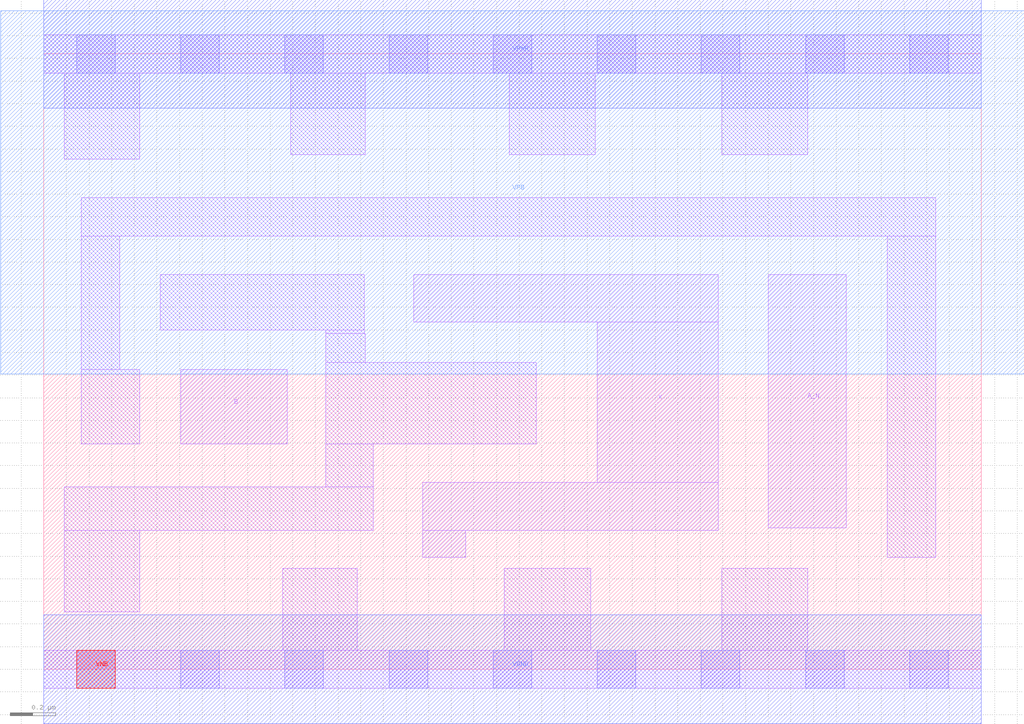
<source format=lef>
# Copyright 2020 The SkyWater PDK Authors
#
# Licensed under the Apache License, Version 2.0 (the "License");
# you may not use this file except in compliance with the License.
# You may obtain a copy of the License at
#
#     https://www.apache.org/licenses/LICENSE-2.0
#
# Unless required by applicable law or agreed to in writing, software
# distributed under the License is distributed on an "AS IS" BASIS,
# WITHOUT WARRANTIES OR CONDITIONS OF ANY KIND, either express or implied.
# See the License for the specific language governing permissions and
# limitations under the License.
#
# SPDX-License-Identifier: Apache-2.0

VERSION 5.7 ;
  NOWIREEXTENSIONATPIN ON ;
  DIVIDERCHAR "/" ;
  BUSBITCHARS "[]" ;
PROPERTYDEFINITIONS
  MACRO maskLayoutSubType STRING ;
  MACRO prCellType STRING ;
  MACRO originalViewName STRING ;
END PROPERTYDEFINITIONS
MACRO sky130_fd_sc_hdll__and2b_4
  CLASS CORE ;
  FOREIGN sky130_fd_sc_hdll__and2b_4 ;
  ORIGIN  0.000000  0.000000 ;
  SIZE  4.140000 BY  2.720000 ;
  SYMMETRY X Y R90 ;
  SITE unithd ;
  PIN A_N
    ANTENNAGATEAREA  0.138600 ;
    DIRECTION INPUT ;
    USE SIGNAL ;
    PORT
      LAYER li1 ;
        RECT 3.200000 0.625000 3.545000 1.745000 ;
    END
  END A_N
  PIN B
    ANTENNAGATEAREA  0.277500 ;
    DIRECTION INPUT ;
    USE SIGNAL ;
    PORT
      LAYER li1 ;
        RECT 0.605000 0.995000 1.075000 1.325000 ;
    END
  END B
  PIN VGND
    ANTENNADIFFAREA  0.761000 ;
    DIRECTION INOUT ;
    USE SIGNAL ;
    PORT
      LAYER met1 ;
        RECT 0.000000 -0.240000 4.140000 0.240000 ;
    END
  END VGND
  PIN VPWR
    ANTENNADIFFAREA  1.275700 ;
    DIRECTION INOUT ;
    USE SIGNAL ;
    PORT
      LAYER met1 ;
        RECT 0.000000 2.480000 4.140000 2.960000 ;
    END
  END VPWR
  PIN X
    ANTENNADIFFAREA  1.071500 ;
    DIRECTION OUTPUT ;
    USE SIGNAL ;
    PORT
      LAYER li1 ;
        RECT 1.635000 1.535000 2.980000 1.745000 ;
        RECT 1.675000 0.495000 1.865000 0.615000 ;
        RECT 1.675000 0.615000 2.980000 0.825000 ;
        RECT 2.445000 0.825000 2.980000 1.535000 ;
    END
  END X
  PIN VNB
    DIRECTION INOUT ;
    USE GROUND ;
    PORT
      LAYER pwell ;
        RECT 0.145000 -0.085000 0.315000 0.085000 ;
    END
  END VNB
  PIN VPB
    DIRECTION INOUT ;
    USE POWER ;
    PORT
      LAYER nwell ;
        RECT -0.190000 1.305000 4.330000 2.910000 ;
    END
  END VPB
  OBS
    LAYER li1 ;
      RECT 0.000000 -0.085000 4.140000 0.085000 ;
      RECT 0.000000  2.635000 4.140000 2.805000 ;
      RECT 0.090000  0.255000 0.425000 0.615000 ;
      RECT 0.090000  0.615000 1.455000 0.805000 ;
      RECT 0.090000  2.255000 0.425000 2.635000 ;
      RECT 0.165000  0.995000 0.425000 1.325000 ;
      RECT 0.165000  1.325000 0.335000 1.915000 ;
      RECT 0.165000  1.915000 3.940000 2.085000 ;
      RECT 0.515000  1.500000 1.415000 1.745000 ;
      RECT 1.055000  0.085000 1.385000 0.445000 ;
      RECT 1.090000  2.275000 1.420000 2.635000 ;
      RECT 1.245000  0.805000 1.455000 0.995000 ;
      RECT 1.245000  0.995000 2.175000 1.355000 ;
      RECT 1.245000  1.355000 1.420000 1.485000 ;
      RECT 1.245000  1.485000 1.415000 1.500000 ;
      RECT 2.035000  0.085000 2.415000 0.445000 ;
      RECT 2.055000  2.275000 2.435000 2.635000 ;
      RECT 2.995000  0.085000 3.375000 0.445000 ;
      RECT 2.995000  2.275000 3.375000 2.635000 ;
      RECT 3.725000  0.495000 3.940000 1.915000 ;
    LAYER mcon ;
      RECT 0.145000 -0.085000 0.315000 0.085000 ;
      RECT 0.145000  2.635000 0.315000 2.805000 ;
      RECT 0.605000 -0.085000 0.775000 0.085000 ;
      RECT 0.605000  2.635000 0.775000 2.805000 ;
      RECT 1.065000 -0.085000 1.235000 0.085000 ;
      RECT 1.065000  2.635000 1.235000 2.805000 ;
      RECT 1.525000 -0.085000 1.695000 0.085000 ;
      RECT 1.525000  2.635000 1.695000 2.805000 ;
      RECT 1.985000 -0.085000 2.155000 0.085000 ;
      RECT 1.985000  2.635000 2.155000 2.805000 ;
      RECT 2.445000 -0.085000 2.615000 0.085000 ;
      RECT 2.445000  2.635000 2.615000 2.805000 ;
      RECT 2.905000 -0.085000 3.075000 0.085000 ;
      RECT 2.905000  2.635000 3.075000 2.805000 ;
      RECT 3.365000 -0.085000 3.535000 0.085000 ;
      RECT 3.365000  2.635000 3.535000 2.805000 ;
      RECT 3.825000 -0.085000 3.995000 0.085000 ;
      RECT 3.825000  2.635000 3.995000 2.805000 ;
  END
  PROPERTY maskLayoutSubType "abstract" ;
  PROPERTY prCellType "standard" ;
  PROPERTY originalViewName "layout" ;
END sky130_fd_sc_hdll__and2b_4
END LIBRARY

</source>
